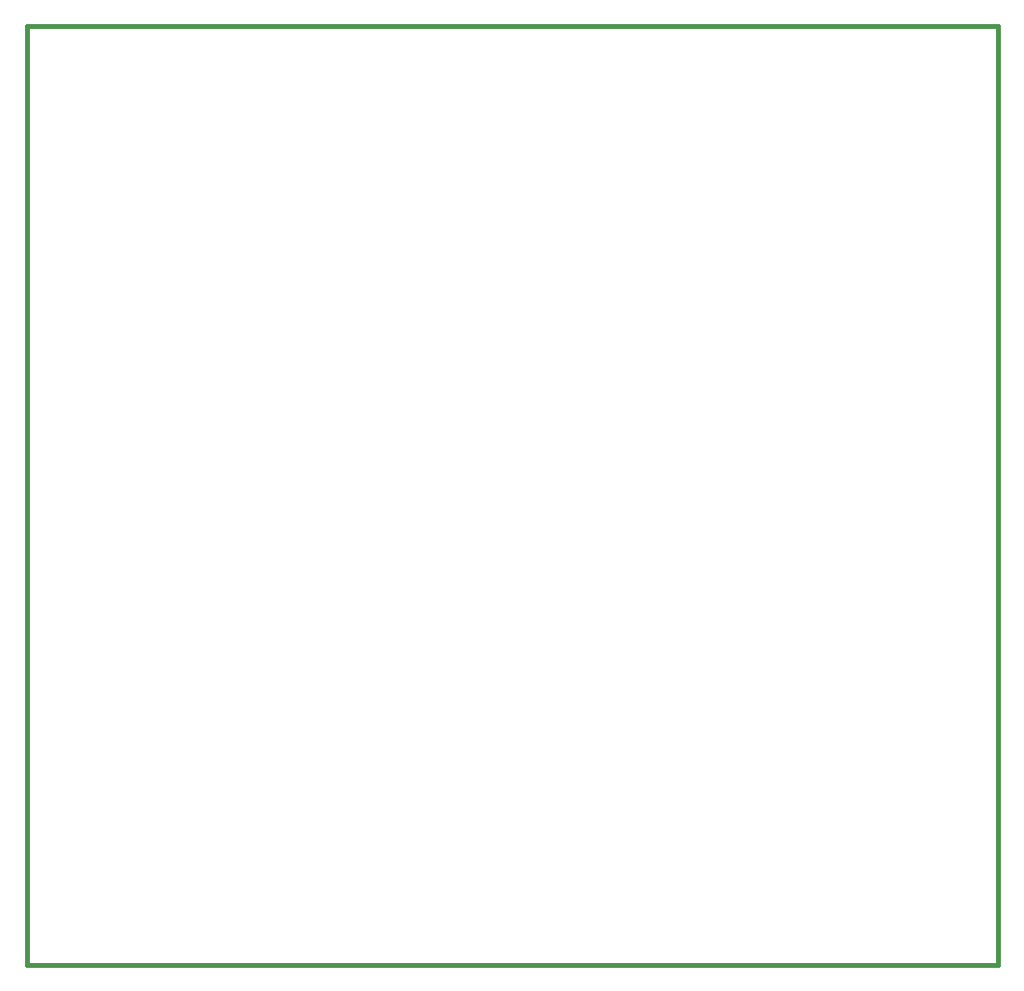
<source format=gbr>
G04 (created by PCBNEW-RS274X (2012-apr-16-27)-stable) date Wed 17 Apr 2013 21:04:36 CEST*
G01*
G70*
G90*
%MOIN*%
G04 Gerber Fmt 3.4, Leading zero omitted, Abs format*
%FSLAX34Y34*%
G04 APERTURE LIST*
%ADD10C,0.006000*%
%ADD11C,0.015000*%
G04 APERTURE END LIST*
G54D10*
G54D11*
X48346Y-44291D02*
X14764Y-44291D01*
X14764Y-11811D02*
X48346Y-11811D01*
X14764Y-44291D02*
X14764Y-11811D01*
X48346Y-44291D02*
X48346Y-11811D01*
M02*

</source>
